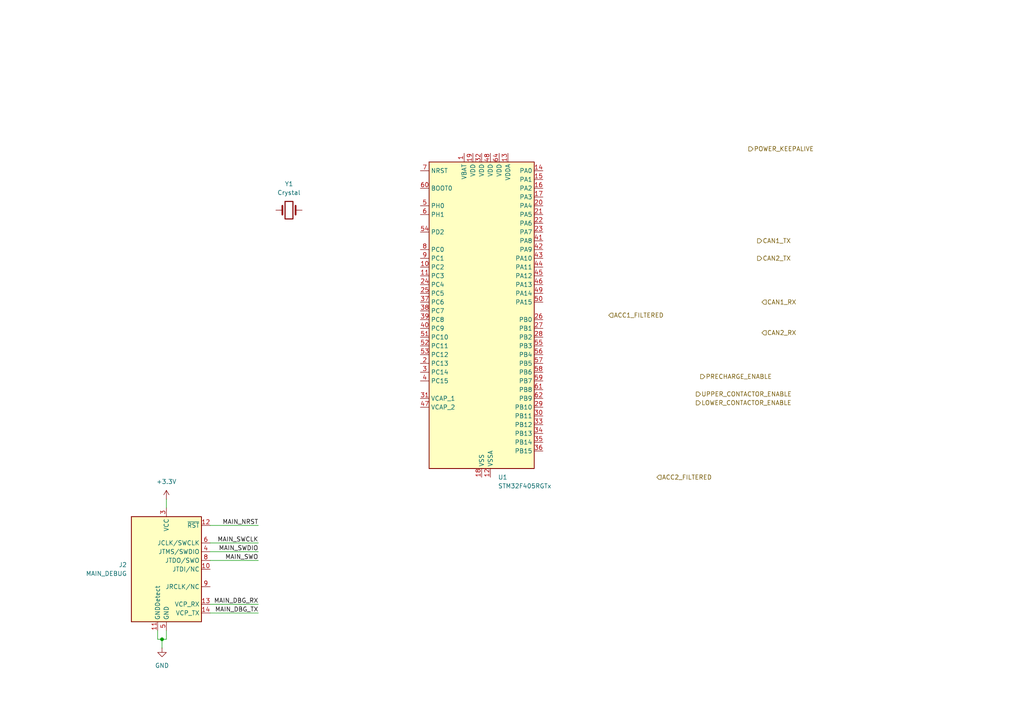
<source format=kicad_sch>
(kicad_sch (version 20231120) (generator "eeschema") (generator_version "8.0")
  (paper "A4")
  (lib_symbols
    (symbol "Connector:Conn_ST_STDC14"
      (property "Reference" "J" (at -8.89 16.51 0))
      (property "Value" "Conn_ST_STDC14" (at 17.78 16.51 0))
      (symbol "Conn_ST_STDC14_0_1"
        (rectangle (start -10.16 15.24) (end 10.16 -15.24) (stroke (width 0.254)) (fill (type background)))
      )
      (symbol "Conn_ST_STDC14_1_1"
        (pin no_connect line (at -10.16 5.08 0) (length 2.54) hide (name "NC") (number "1"))
        (pin output line (at 12.7 0 180) (length 2.54) (name "JTDI/NC") (number "10"))
        (pin passive line (at -2.54 -17.78 90) (length 2.54) (name "GNDDetect") (number "11"))
        (pin open_collector line (at 12.7 12.7 180) (length 2.54) (name "~{RST}") (number "12"))
        (pin output line (at 12.7 -10.16 180) (length 2.54) (name "VCP_RX") (number "13"))
        (pin input line (at 12.7 -12.7 180) (length 2.54) (name "VCP_TX") (number "14"))
        (pin no_connect line (at -10.16 2.54 0) (length 2.54) hide (name "NC") (number "2"))
        (pin power_in line (at 0 17.78 270) (length 2.54) (name "VCC") (number "3"))
        (pin bidirectional line (at 12.7 5.08 180) (length 2.54) (name "JTMS/SWDIO") (number "4"))
        (pin power_in line (at 0 -17.78 90) (length 2.54) (name "GND") (number "5"))
        (pin output line (at 12.7 7.62 180) (length 2.54) (name "JCLK/SWCLK") (number "6"))
        (pin passive line (at 0 -17.78 90) (length 2.54) hide (name "GND") (number "7"))
        (pin input line (at 12.7 2.54 180) (length 2.54) (name "JTDO/SWO") (number "8"))
        (pin input line (at 12.7 -5.08 180) (length 2.54) (name "JRCLK/NC") (number "9"))
      )
    )
    (symbol "Device:Crystal" (pin_numbers hide) (pin_names (offset 1.016) hide)
      (property "Reference" "Y" (at 0 3.81 0))
      (property "Value" "Crystal" (at 0 -3.81 0))
      (symbol "Crystal_0_1"
        (rectangle (start -1.143 2.54) (end 1.143 -2.54) (stroke (width 0.3048)))
        (polyline (pts (xy -2.54 0) (xy -1.905 0)))
        (polyline (pts (xy -1.905 -1.27) (xy -1.905 1.27)) (stroke (width 0.508)))
        (polyline (pts (xy 1.905 -1.27) (xy 1.905 1.27)) (stroke (width 0.508)))
        (polyline (pts (xy 2.54 0) (xy 1.905 0)))
      )
      (symbol "Crystal_1_1"
        (pin passive line (at -3.81 0 0) (length 1.27) (name "1") (number "1"))
        (pin passive line (at 3.81 0 180) (length 1.27) (name "2") (number "2"))
      )
    )
    (symbol "MCU_ST_STM32F4:STM32F405RGTx"
      (property "Reference" "U" (at -15.24 46.99 0))
      (property "Value" "STM32F405RGTx" (at 10.16 46.99 0))
      (symbol "STM32F405RGTx_0_1"
        (rectangle (start -15.24 -43.18) (end 15.24 45.72) (stroke (width 0.254)) (fill (type background)))
      )
      (symbol "STM32F405RGTx_1_1"
        (pin power_in line (at -5.08 48.26 270) (length 2.54) (name "VBAT") (number "1"))
        (pin bidirectional line (at -17.78 15.24 0) (length 2.54) (name "PC2") (number "10"))
        (pin bidirectional line (at -17.78 12.7 0) (length 2.54) (name "PC3") (number "11"))
        (pin power_in line (at 2.54 -45.72 90) (length 2.54) (name "VSSA") (number "12"))
        (pin power_in line (at 7.62 48.26 270) (length 2.54) (name "VDDA") (number "13"))
        (pin bidirectional line (at 17.78 43.18 180) (length 2.54) (name "PA0") (number "14"))
        (pin bidirectional line (at 17.78 40.64 180) (length 2.54) (name "PA1") (number "15"))
        (pin bidirectional line (at 17.78 38.1 180) (length 2.54) (name "PA2") (number "16"))
        (pin bidirectional line (at 17.78 35.56 180) (length 2.54) (name "PA3") (number "17"))
        (pin power_in line (at 0 -45.72 90) (length 2.54) (name "VSS") (number "18"))
        (pin power_in line (at -2.54 48.26 270) (length 2.54) (name "VDD") (number "19"))
        (pin bidirectional line (at -17.78 -12.7 0) (length 2.54) (name "PC13") (number "2"))
        (pin bidirectional line (at 17.78 33.02 180) (length 2.54) (name "PA4") (number "20"))
        (pin bidirectional line (at 17.78 30.48 180) (length 2.54) (name "PA5") (number "21"))
        (pin bidirectional line (at 17.78 27.94 180) (length 2.54) (name "PA6") (number "22"))
        (pin bidirectional line (at 17.78 25.4 180) (length 2.54) (name "PA7") (number "23"))
        (pin bidirectional line (at -17.78 10.16 0) (length 2.54) (name "PC4") (number "24"))
        (pin bidirectional line (at -17.78 7.62 0) (length 2.54) (name "PC5") (number "25"))
        (pin bidirectional line (at 17.78 0 180) (length 2.54) (name "PB0") (number "26"))
        (pin bidirectional line (at 17.78 -2.54 180) (length 2.54) (name "PB1") (number "27"))
        (pin bidirectional line (at 17.78 -5.08 180) (length 2.54) (name "PB2") (number "28"))
        (pin bidirectional line (at 17.78 -25.4 180) (length 2.54) (name "PB10") (number "29"))
        (pin bidirectional line (at -17.78 -15.24 0) (length 2.54) (name "PC14") (number "3"))
        (pin bidirectional line (at 17.78 -27.94 180) (length 2.54) (name "PB11") (number "30"))
        (pin power_out line (at -17.78 -22.86 0) (length 2.54) (name "VCAP_1") (number "31"))
        (pin power_in line (at 0 48.26 270) (length 2.54) (name "VDD") (number "32"))
        (pin bidirectional line (at 17.78 -30.48 180) (length 2.54) (name "PB12") (number "33"))
        (pin bidirectional line (at 17.78 -33.02 180) (length 2.54) (name "PB13") (number "34"))
        (pin bidirectional line (at 17.78 -35.56 180) (length 2.54) (name "PB14") (number "35"))
        (pin bidirectional line (at 17.78 -38.1 180) (length 2.54) (name "PB15") (number "36"))
        (pin bidirectional line (at -17.78 5.08 0) (length 2.54) (name "PC6") (number "37"))
        (pin bidirectional line (at -17.78 2.54 0) (length 2.54) (name "PC7") (number "38"))
        (pin bidirectional line (at -17.78 0 0) (length 2.54) (name "PC8") (number "39"))
        (pin bidirectional line (at -17.78 -17.78 0) (length 2.54) (name "PC15") (number "4"))
        (pin bidirectional line (at -17.78 -2.54 0) (length 2.54) (name "PC9") (number "40"))
        (pin bidirectional line (at 17.78 22.86 180) (length 2.54) (name "PA8") (number "41"))
        (pin bidirectional line (at 17.78 20.32 180) (length 2.54) (name "PA9") (number "42"))
        (pin bidirectional line (at 17.78 17.78 180) (length 2.54) (name "PA10") (number "43"))
        (pin bidirectional line (at 17.78 15.24 180) (length 2.54) (name "PA11") (number "44"))
        (pin bidirectional line (at 17.78 12.7 180) (length 2.54) (name "PA12") (number "45"))
        (pin bidirectional line (at 17.78 10.16 180) (length 2.54) (name "PA13") (number "46"))
        (pin power_out line (at -17.78 -25.4 0) (length 2.54) (name "VCAP_2") (number "47"))
        (pin power_in line (at 2.54 48.26 270) (length 2.54) (name "VDD") (number "48"))
        (pin bidirectional line (at 17.78 7.62 180) (length 2.54) (name "PA14") (number "49"))
        (pin bidirectional line (at -17.78 33.02 0) (length 2.54) (name "PH0") (number "5"))
        (pin bidirectional line (at 17.78 5.08 180) (length 2.54) (name "PA15") (number "50"))
        (pin bidirectional line (at -17.78 -5.08 0) (length 2.54) (name "PC10") (number "51"))
        (pin bidirectional line (at -17.78 -7.62 0) (length 2.54) (name "PC11") (number "52"))
        (pin bidirectional line (at -17.78 -10.16 0) (length 2.54) (name "PC12") (number "53"))
        (pin bidirectional line (at -17.78 25.4 0) (length 2.54) (name "PD2") (number "54"))
        (pin bidirectional line (at 17.78 -7.62 180) (length 2.54) (name "PB3") (number "55"))
        (pin bidirectional line (at 17.78 -10.16 180) (length 2.54) (name "PB4") (number "56"))
        (pin bidirectional line (at 17.78 -12.7 180) (length 2.54) (name "PB5") (number "57"))
        (pin bidirectional line (at 17.78 -15.24 180) (length 2.54) (name "PB6") (number "58"))
        (pin bidirectional line (at 17.78 -17.78 180) (length 2.54) (name "PB7") (number "59"))
        (pin bidirectional line (at -17.78 30.48 0) (length 2.54) (name "PH1") (number "6"))
        (pin input line (at -17.78 38.1 0) (length 2.54) (name "BOOT0") (number "60"))
        (pin bidirectional line (at 17.78 -20.32 180) (length 2.54) (name "PB8") (number "61"))
        (pin bidirectional line (at 17.78 -22.86 180) (length 2.54) (name "PB9") (number "62"))
        (pin passive line (at 0 -45.72 90) (length 2.54) hide (name "VSS") (number "63"))
        (pin power_in line (at 5.08 48.26 270) (length 2.54) (name "VDD") (number "64"))
        (pin input line (at -17.78 43.18 0) (length 2.54) (name "NRST") (number "7"))
        (pin bidirectional line (at -17.78 20.32 0) (length 2.54) (name "PC0") (number "8"))
        (pin bidirectional line (at -17.78 17.78 0) (length 2.54) (name "PC1") (number "9"))
      )
    )
    (symbol "power:+3.3V" (power) (pin_numbers hide) (pin_names (offset 0) hide)
      (property "Value" "+3.3V" (at 0 3.556 0))
      (symbol "+3.3V_0_1"
        (polyline (pts (xy -0.762 1.27) (xy 0 2.54)))
        (polyline (pts (xy 0 0) (xy 0 2.54)))
        (polyline (pts (xy 0 2.54) (xy 0.762 1.27)))
      )
      (symbol "+3.3V_1_1"
        (pin power_in line (at 0 0 90) (length 0) (name "~") (number "1"))
      )
    )
    (symbol "power:GND" (power) (pin_numbers hide) (pin_names (offset 0) hide)
      (property "Value" "GND" (at 0 -3.81 0))
      (symbol "GND_0_1"
        (polyline (pts (xy 0 0) (xy 0 -1.27) (xy 1.27 -1.27) (xy 0 -2.54) (xy -1.27 -1.27) (xy 0 -1.27)))
      )
      (symbol "GND_1_1"
        (pin power_in line (at 0 0 270) (length 0) (name "~") (number "1"))
      )
    )
  )
  (junction (at 46.99 185.42))
  (wire (pts (xy 46.99 185.42) (xy 46.99 187.96)))
  (wire (pts (xy 60.96 157.48) (xy 74.93 157.48)))
  (wire (pts (xy 48.26 185.42) (xy 46.99 185.42)))
  (wire (pts (xy 48.26 144.78) (xy 48.26 147.32)))
  (wire (pts (xy 60.96 160.02) (xy 74.93 160.02)))
  (wire (pts (xy 45.72 182.88) (xy 45.72 185.42)))
  (wire (pts (xy 60.96 177.8) (xy 74.93 177.8)))
  (wire (pts (xy 48.26 182.88) (xy 48.26 185.42)))
  (wire (pts (xy 60.96 152.4) (xy 74.93 152.4)))
  (wire (pts (xy 60.96 175.26) (xy 74.93 175.26)))
  (wire (pts (xy 60.96 162.56) (xy 74.93 162.56)))
  (wire (pts (xy 45.72 185.42) (xy 46.99 185.42)))
  (label "MAIN_NRST" (at 74.93 152.4 180))
  (label "MAIN_SWO" (at 74.93 162.56 180))
  (label "MAIN_DBG_RX" (at 74.93 175.26 180))
  (label "MAIN_SWCLK" (at 74.93 157.48 180))
  (label "MAIN_DBG_TX" (at 74.93 177.8 180))
  (label "MAIN_SWDIO" (at 74.93 160.02 180))
  (hierarchical_label "ACC2_FILTERED" (shape input) (at 190.5 138.43 0))
  (hierarchical_label "POWER_KEEPALIVE" (shape output) (at 217.17 43.18 0))
  (hierarchical_label "CAN1_TX" (shape output) (at 219.71 69.85 0))
  (hierarchical_label "CAN2_TX" (shape output) (at 219.71 74.93 0))
  (hierarchical_label "UPPER_CONTACTOR_ENABLE" (shape output) (at 201.93 114.3 0))
  (hierarchical_label "CAN1_RX" (shape input) (at 220.98 87.63 0))
  (hierarchical_label "CAN2_RX" (shape input) (at 220.98 96.52 0))
  (hierarchical_label "ACC1_FILTERED" (shape input) (at 176.53 91.44 0))
  (hierarchical_label "LOWER_CONTACTOR_ENABLE" (shape output) (at 201.93 116.84 0))
  (hierarchical_label "PRECHARGE_ENABLE" (shape output) (at 203.2 109.22 0))
  (symbol (lib_id "power:GND") (at 46.99 187.96 0) (unit 1)
    (property "Reference" "#PWR045" (effects (hide yes)))
    (property "Value" "GND" (at 46.99 193.04 0))
    (property "Description" "Power symbol creates a global label with name \"GND\" , ground" (effects (hide yes)))
  )
  (symbol (lib_id "MCU_ST_STM32F4:STM32F405RGTx") (at 139.7 92.71 0) (unit 1)
    (property "Reference" "U1" (at 144.4341 138.43 0) (effects (justify left)))
    (property "Value" "STM32F405RGTx" (at 144.4341 140.97 0) (effects (justify left)))
    (property "Footprint" "Package_QFP:LQFP-64_10x10mm_P0.5mm" (effects (hide yes)))
    (property "Datasheet" "https://www.st.com/resource/en/datasheet/stm32f405rg.pdf" (effects (hide yes)))
    (property "Description" "STMicroelectronics Arm Cortex-M4 MCU, 1024KB flash, 192KB RAM, 168 MHz, 1.8-3.6V, 51 GPIO, LQFP64" (effects (hide yes)))
  )
  (symbol (lib_id "Connector:Conn_ST_STDC14") (at 48.26 165.1 0) (unit 1)
    (property "Reference" "J2" (at 36.83 163.8299 0) (effects (justify right)))
    (property "Value" "MAIN_DEBUG" (at 36.83 166.3699 0) (effects (justify right)))
    (property "Footprint" "Connector_PinHeader_1.27mm:PinHeader_2x07_P1.27mm_Vertical_SMD" (effects (hide yes)))
    (property "Datasheet" "https://www.st.com/content/ccc/resource/technical/document/user_manual/group1/99/49/91/b6/b2/3a/46/e5/DM00526767/files/DM00526767.pdf/jcr:content/translations/en.DM00526767.pdf" (effects (hide yes)))
    (property "Description" "ST Debug Connector, standard ARM Cortex-M SWD and JTAG interface plus UART" (effects (hide yes)))
  )
  (symbol (lib_id "Device:Crystal") (at 83.82 60.96 0) (unit 1)
    (property "Reference" "Y1" (at 83.82 53.34 0))
    (property "Value" "Crystal" (at 83.82 55.88 0))
    (property "Description" "Two pin crystal" (effects (hide yes)))
  )
  (symbol (lib_id "power:+3.3V") (at 48.26 144.78 0) (unit 1)
    (property "Reference" "#PWR046" (effects (hide yes)))
    (property "Value" "+3.3V" (at 48.26 139.7 0))
    (property "Description" "Power symbol creates a global label with name \"+3.3V\"" (effects (hide yes)))
  )
)
</source>
